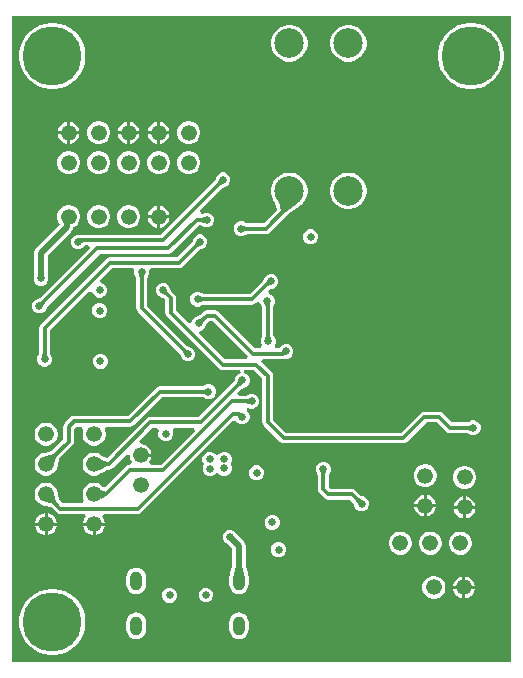
<source format=gbl>
G04*
G04 #@! TF.GenerationSoftware,Altium Limited,Altium Designer,23.10.1 (27)*
G04*
G04 Layer_Physical_Order=4*
G04 Layer_Color=16711680*
%FSLAX44Y44*%
%MOMM*%
G71*
G04*
G04 #@! TF.SameCoordinates,273EA9BE-9362-4083-9DEA-C9DCB70363E1*
G04*
G04*
G04 #@! TF.FilePolarity,Positive*
G04*
G01*
G75*
%ADD10C,0.3000*%
%ADD75C,0.5000*%
%ADD80C,2.5000*%
%ADD81C,1.3400*%
%ADD82C,5.0000*%
%ADD83O,1.0300X1.6300*%
%ADD84C,0.6500*%
%ADD85C,0.7000*%
G36*
X426197Y4333D02*
X4333Y4333D01*
X4333Y551165D01*
X426197D01*
X426197Y4333D01*
D02*
G37*
%LPC*%
G36*
X290179Y543582D02*
X287125D01*
X284131Y542986D01*
X281310Y541818D01*
X278771Y540122D01*
X276612Y537963D01*
X274916Y535424D01*
X273748Y532603D01*
X273152Y529609D01*
Y526555D01*
X273748Y523561D01*
X274916Y520740D01*
X276612Y518201D01*
X278771Y516042D01*
X281310Y514346D01*
X284131Y513178D01*
X287125Y512582D01*
X290179D01*
X293173Y513178D01*
X295994Y514346D01*
X298533Y516042D01*
X300692Y518201D01*
X302388Y520740D01*
X303556Y523561D01*
X304152Y526555D01*
Y529609D01*
X303556Y532603D01*
X302388Y535424D01*
X300692Y537963D01*
X298533Y540122D01*
X295994Y541818D01*
X293173Y542986D01*
X290179Y543582D01*
D02*
G37*
G36*
X240179D02*
X237125D01*
X234131Y542986D01*
X231310Y541818D01*
X228771Y540122D01*
X226612Y537963D01*
X224916Y535424D01*
X223748Y532603D01*
X223152Y529609D01*
Y526555D01*
X223748Y523561D01*
X224916Y520740D01*
X226612Y518201D01*
X228771Y516042D01*
X231310Y514346D01*
X234131Y513178D01*
X237125Y512582D01*
X240179D01*
X243173Y513178D01*
X245994Y514346D01*
X248533Y516042D01*
X250692Y518201D01*
X252388Y520740D01*
X253556Y523561D01*
X254152Y526555D01*
Y529609D01*
X253556Y532603D01*
X252388Y535424D01*
X250692Y537963D01*
X248533Y540122D01*
X245994Y541818D01*
X243173Y542986D01*
X240179Y543582D01*
D02*
G37*
G36*
X394634Y545398D02*
X390226D01*
X385873Y544709D01*
X381682Y543347D01*
X377755Y541346D01*
X374189Y538755D01*
X371073Y535639D01*
X368482Y532073D01*
X366481Y528146D01*
X365120Y523955D01*
X364430Y519602D01*
Y515194D01*
X365120Y510841D01*
X366481Y506650D01*
X368482Y502723D01*
X371073Y499157D01*
X374189Y496041D01*
X377755Y493450D01*
X381682Y491449D01*
X385873Y490088D01*
X390226Y489398D01*
X394634D01*
X398987Y490088D01*
X403178Y491449D01*
X407105Y493450D01*
X410671Y496041D01*
X413787Y499157D01*
X416378Y502723D01*
X418379Y506650D01*
X419740Y510841D01*
X420430Y515194D01*
Y519602D01*
X419740Y523955D01*
X418379Y528146D01*
X416378Y532073D01*
X413787Y535639D01*
X410671Y538755D01*
X407105Y541346D01*
X403178Y543347D01*
X398987Y544709D01*
X394634Y545398D01*
D02*
G37*
G36*
X40304D02*
X35896D01*
X31543Y544709D01*
X27352Y543347D01*
X23425Y541346D01*
X19859Y538755D01*
X16743Y535639D01*
X14152Y532073D01*
X12151Y528146D01*
X10790Y523955D01*
X10100Y519602D01*
Y515194D01*
X10790Y510841D01*
X12151Y506650D01*
X14152Y502723D01*
X16743Y499157D01*
X19859Y496041D01*
X23425Y493450D01*
X27352Y491449D01*
X31543Y490088D01*
X35896Y489398D01*
X40304D01*
X44657Y490088D01*
X48848Y491449D01*
X52775Y493450D01*
X56341Y496041D01*
X59457Y499157D01*
X62048Y502723D01*
X64049Y506650D01*
X65410Y510841D01*
X66100Y515194D01*
Y519602D01*
X65410Y523955D01*
X64049Y528146D01*
X62048Y532073D01*
X59457Y535639D01*
X56341Y538755D01*
X52775Y541346D01*
X48848Y543347D01*
X44657Y544709D01*
X40304Y545398D01*
D02*
G37*
G36*
X129286Y461600D02*
Y453644D01*
X137242D01*
X136626Y455941D01*
X135410Y458047D01*
X133689Y459768D01*
X131582Y460984D01*
X129286Y461600D01*
D02*
G37*
G36*
X103886D02*
Y453644D01*
X111842D01*
X111226Y455941D01*
X110010Y458047D01*
X108289Y459768D01*
X106182Y460984D01*
X103886Y461600D01*
D02*
G37*
G36*
X53086D02*
Y453644D01*
X61042D01*
X60426Y455941D01*
X59210Y458047D01*
X57490Y459768D01*
X55382Y460984D01*
X53086Y461600D01*
D02*
G37*
G36*
X126746D02*
X124450Y460984D01*
X122343Y459768D01*
X120622Y458047D01*
X119406Y455941D01*
X118790Y453644D01*
X126746D01*
Y461600D01*
D02*
G37*
G36*
X101346D02*
X99050Y460984D01*
X96943Y459768D01*
X95222Y458047D01*
X94006Y455941D01*
X93390Y453644D01*
X101346D01*
Y461600D01*
D02*
G37*
G36*
X50546D02*
X48250Y460984D01*
X46143Y459768D01*
X44422Y458047D01*
X43206Y455941D01*
X42590Y453644D01*
X50546D01*
Y461600D01*
D02*
G37*
G36*
X137242Y451104D02*
X129286D01*
Y443148D01*
X131582Y443764D01*
X133689Y444980D01*
X135410Y446701D01*
X136626Y448807D01*
X137242Y451104D01*
D02*
G37*
G36*
X111842D02*
X103886D01*
Y443148D01*
X106182Y443764D01*
X108289Y444980D01*
X110010Y446701D01*
X111226Y448807D01*
X111842Y451104D01*
D02*
G37*
G36*
X61042D02*
X53086D01*
Y443148D01*
X55382Y443764D01*
X57490Y444980D01*
X59210Y446701D01*
X60426Y448807D01*
X61042Y451104D01*
D02*
G37*
G36*
X50546D02*
X42590D01*
X43206Y448807D01*
X44422Y446701D01*
X46143Y444980D01*
X48250Y443764D01*
X50546Y443148D01*
Y451104D01*
D02*
G37*
G36*
X126746D02*
X118790D01*
X119406Y448807D01*
X120622Y446701D01*
X122343Y444980D01*
X124450Y443764D01*
X126746Y443148D01*
Y451104D01*
D02*
G37*
G36*
X101346D02*
X93390D01*
X94006Y448807D01*
X95222Y446701D01*
X96943Y444980D01*
X99050Y443764D01*
X101346Y443148D01*
Y451104D01*
D02*
G37*
G36*
X154693Y462074D02*
X152139D01*
X149672Y461413D01*
X147460Y460136D01*
X145654Y458330D01*
X144377Y456118D01*
X143716Y453651D01*
Y451097D01*
X144377Y448630D01*
X145654Y446418D01*
X147460Y444612D01*
X149672Y443335D01*
X152139Y442674D01*
X154693D01*
X157160Y443335D01*
X159372Y444612D01*
X161178Y446418D01*
X162455Y448630D01*
X163116Y451097D01*
Y453651D01*
X162455Y456118D01*
X161178Y458330D01*
X159372Y460136D01*
X157160Y461413D01*
X154693Y462074D01*
D02*
G37*
G36*
X78493D02*
X75939D01*
X73472Y461413D01*
X71260Y460136D01*
X69454Y458330D01*
X68177Y456118D01*
X67516Y453651D01*
Y451097D01*
X68177Y448630D01*
X69454Y446418D01*
X71260Y444612D01*
X73472Y443335D01*
X75939Y442674D01*
X78493D01*
X80960Y443335D01*
X83172Y444612D01*
X84978Y446418D01*
X86255Y448630D01*
X86916Y451097D01*
Y453651D01*
X86255Y456118D01*
X84978Y458330D01*
X83172Y460136D01*
X80960Y461413D01*
X78493Y462074D01*
D02*
G37*
G36*
X154693Y436674D02*
X152139D01*
X149672Y436013D01*
X147460Y434736D01*
X145654Y432930D01*
X144377Y430718D01*
X143716Y428251D01*
Y425697D01*
X144377Y423230D01*
X145654Y421018D01*
X147460Y419212D01*
X149672Y417935D01*
X152139Y417274D01*
X154693D01*
X157160Y417935D01*
X159372Y419212D01*
X161178Y421018D01*
X162455Y423230D01*
X163116Y425697D01*
Y428251D01*
X162455Y430718D01*
X161178Y432930D01*
X159372Y434736D01*
X157160Y436013D01*
X154693Y436674D01*
D02*
G37*
G36*
X129293D02*
X126739D01*
X124272Y436013D01*
X122060Y434736D01*
X120254Y432930D01*
X118977Y430718D01*
X118316Y428251D01*
Y425697D01*
X118977Y423230D01*
X120254Y421018D01*
X122060Y419212D01*
X124272Y417935D01*
X126739Y417274D01*
X129293D01*
X131760Y417935D01*
X133972Y419212D01*
X135778Y421018D01*
X137055Y423230D01*
X137716Y425697D01*
Y428251D01*
X137055Y430718D01*
X135778Y432930D01*
X133972Y434736D01*
X131760Y436013D01*
X129293Y436674D01*
D02*
G37*
G36*
X103893D02*
X101339D01*
X98872Y436013D01*
X96660Y434736D01*
X94854Y432930D01*
X93577Y430718D01*
X92916Y428251D01*
Y425697D01*
X93577Y423230D01*
X94854Y421018D01*
X96660Y419212D01*
X98872Y417935D01*
X101339Y417274D01*
X103893D01*
X106360Y417935D01*
X108572Y419212D01*
X110378Y421018D01*
X111655Y423230D01*
X112316Y425697D01*
Y428251D01*
X111655Y430718D01*
X110378Y432930D01*
X108572Y434736D01*
X106360Y436013D01*
X103893Y436674D01*
D02*
G37*
G36*
X78493D02*
X75939D01*
X73472Y436013D01*
X71260Y434736D01*
X69454Y432930D01*
X68177Y430718D01*
X67516Y428251D01*
Y425697D01*
X68177Y423230D01*
X69454Y421018D01*
X71260Y419212D01*
X73472Y417935D01*
X75939Y417274D01*
X78493D01*
X80960Y417935D01*
X83172Y419212D01*
X84978Y421018D01*
X86255Y423230D01*
X86916Y425697D01*
Y428251D01*
X86255Y430718D01*
X84978Y432930D01*
X83172Y434736D01*
X80960Y436013D01*
X78493Y436674D01*
D02*
G37*
G36*
X53093D02*
X50539D01*
X48072Y436013D01*
X45860Y434736D01*
X44054Y432930D01*
X42777Y430718D01*
X42116Y428251D01*
Y425697D01*
X42777Y423230D01*
X44054Y421018D01*
X45860Y419212D01*
X48072Y417935D01*
X50539Y417274D01*
X53093D01*
X55560Y417935D01*
X57772Y419212D01*
X59578Y421018D01*
X60855Y423230D01*
X61516Y425697D01*
Y428251D01*
X60855Y430718D01*
X59578Y432930D01*
X57772Y434736D01*
X55560Y436013D01*
X53093Y436674D01*
D02*
G37*
G36*
X290179Y418582D02*
X287125D01*
X284131Y417986D01*
X281310Y416818D01*
X278771Y415122D01*
X276612Y412963D01*
X274916Y410424D01*
X273748Y407603D01*
X273152Y404609D01*
Y401555D01*
X273748Y398561D01*
X274916Y395740D01*
X276612Y393201D01*
X278771Y391042D01*
X281310Y389346D01*
X284131Y388178D01*
X287125Y387582D01*
X290179D01*
X293173Y388178D01*
X295994Y389346D01*
X298533Y391042D01*
X300692Y393201D01*
X302388Y395740D01*
X303556Y398561D01*
X304152Y401555D01*
Y404609D01*
X303556Y407603D01*
X302388Y410424D01*
X300692Y412963D01*
X298533Y415122D01*
X295994Y416818D01*
X293173Y417986D01*
X290179Y418582D01*
D02*
G37*
G36*
X129286Y390480D02*
Y382524D01*
X137242D01*
X136626Y384821D01*
X135410Y386927D01*
X133689Y388648D01*
X131582Y389864D01*
X129286Y390480D01*
D02*
G37*
G36*
X126746D02*
X124450Y389864D01*
X122343Y388648D01*
X120622Y386927D01*
X119406Y384821D01*
X118790Y382524D01*
X126746D01*
Y390480D01*
D02*
G37*
G36*
X240179Y418582D02*
X237125D01*
X234131Y417986D01*
X231310Y416818D01*
X228771Y415122D01*
X226612Y412963D01*
X224916Y410424D01*
X223748Y407603D01*
X223152Y404609D01*
Y401555D01*
X223748Y398561D01*
X224916Y395740D01*
X226612Y393201D01*
X226993Y392821D01*
X228052Y386525D01*
X217209Y375682D01*
X203065D01*
X201694Y376105D01*
X201406Y376393D01*
X199109Y377344D01*
X196623D01*
X194326Y376393D01*
X192568Y374634D01*
X191616Y372337D01*
Y369851D01*
X192568Y367554D01*
X194326Y365796D01*
X196623Y364844D01*
X199109D01*
X201406Y365796D01*
X201694Y366083D01*
X203065Y366506D01*
X219110D01*
X220866Y366855D01*
X222354Y367850D01*
X237763Y383258D01*
X247807Y390502D01*
X247897Y390599D01*
X248013Y390664D01*
X248063Y390729D01*
X248533Y391042D01*
X250692Y393201D01*
X252388Y395740D01*
X253556Y398561D01*
X254152Y401555D01*
Y404609D01*
X253556Y407603D01*
X252388Y410424D01*
X250692Y412963D01*
X248533Y415122D01*
X245994Y416818D01*
X243173Y417986D01*
X240179Y418582D01*
D02*
G37*
G36*
X183869Y418746D02*
X181383D01*
X179086Y417794D01*
X177327Y416036D01*
X176376Y413739D01*
Y413333D01*
X175705Y412064D01*
X129671Y366030D01*
X62437D01*
X62281Y365999D01*
X61425Y365999D01*
X61153Y366111D01*
X58666D01*
X56369Y365160D01*
X54611Y363402D01*
X53660Y361105D01*
Y358618D01*
X54611Y356321D01*
X56369Y354563D01*
X58666Y353611D01*
X61153D01*
X63450Y354563D01*
X65208Y356321D01*
X65364Y356698D01*
X65707Y356854D01*
X68663D01*
X69635Y354507D01*
X27610Y312483D01*
X26341Y311812D01*
X25935D01*
X23638Y310861D01*
X21879Y309102D01*
X20928Y306805D01*
Y304319D01*
X21879Y302022D01*
X23638Y300264D01*
X25935Y299312D01*
X28421D01*
X30718Y300264D01*
X32476Y302022D01*
X33428Y304319D01*
Y304725D01*
X34099Y305994D01*
X78101Y349996D01*
X136398D01*
X138154Y350345D01*
X139642Y351340D01*
X162174Y373872D01*
X163457D01*
X164828Y373449D01*
X165116Y373162D01*
X167413Y372210D01*
X169899D01*
X172196Y373162D01*
X173955Y374920D01*
X174906Y377217D01*
Y379703D01*
X173955Y382000D01*
X172196Y383759D01*
X169899Y384710D01*
X167413D01*
X165116Y383759D01*
X164218Y384007D01*
X163469Y386850D01*
X182194Y405575D01*
X183463Y406246D01*
X183869D01*
X186166Y407197D01*
X187924Y408956D01*
X188876Y411253D01*
Y413739D01*
X187924Y416036D01*
X186166Y417794D01*
X183869Y418746D01*
D02*
G37*
G36*
X137242Y379984D02*
X129286D01*
Y372028D01*
X131582Y372644D01*
X133689Y373860D01*
X135410Y375580D01*
X136626Y377687D01*
X137242Y379984D01*
D02*
G37*
G36*
X126746D02*
X118790D01*
X119406Y377687D01*
X120622Y375580D01*
X122343Y373860D01*
X124450Y372644D01*
X126746Y372028D01*
Y379984D01*
D02*
G37*
G36*
X103893Y390954D02*
X101339D01*
X98872Y390293D01*
X96660Y389016D01*
X94854Y387210D01*
X93577Y384998D01*
X92916Y382531D01*
Y379977D01*
X93577Y377510D01*
X94854Y375298D01*
X96660Y373492D01*
X98872Y372215D01*
X101339Y371554D01*
X103893D01*
X106360Y372215D01*
X108572Y373492D01*
X110378Y375298D01*
X111655Y377510D01*
X112316Y379977D01*
Y382531D01*
X111655Y384998D01*
X110378Y387210D01*
X108572Y389016D01*
X106360Y390293D01*
X103893Y390954D01*
D02*
G37*
G36*
X78493D02*
X75939D01*
X73472Y390293D01*
X71260Y389016D01*
X69454Y387210D01*
X68177Y384998D01*
X67516Y382531D01*
Y379977D01*
X68177Y377510D01*
X69454Y375298D01*
X71260Y373492D01*
X73472Y372215D01*
X75939Y371554D01*
X78493D01*
X80960Y372215D01*
X83172Y373492D01*
X84978Y375298D01*
X86255Y377510D01*
X86916Y379977D01*
Y382531D01*
X86255Y384998D01*
X84978Y387210D01*
X83172Y389016D01*
X80960Y390293D01*
X78493Y390954D01*
D02*
G37*
G36*
X258037Y370486D02*
X255551D01*
X253254Y369534D01*
X251495Y367776D01*
X250544Y365479D01*
Y362993D01*
X251495Y360696D01*
X253254Y358937D01*
X255551Y357986D01*
X258037D01*
X260334Y358937D01*
X262092Y360696D01*
X263044Y362993D01*
Y365479D01*
X262092Y367776D01*
X260334Y369534D01*
X258037Y370486D01*
D02*
G37*
G36*
X53093Y390954D02*
X50539D01*
X48072Y390293D01*
X45860Y389016D01*
X44054Y387210D01*
X42777Y384998D01*
X42116Y382531D01*
Y379977D01*
X42777Y377510D01*
X44054Y375298D01*
X44548Y374804D01*
X24483Y354739D01*
X23267Y352920D01*
X22840Y350774D01*
Y331724D01*
X22198Y330173D01*
Y327687D01*
X23149Y325390D01*
X24908Y323632D01*
X27205Y322680D01*
X29691D01*
X31988Y323632D01*
X33747Y325390D01*
X34698Y327687D01*
Y330173D01*
X34056Y331724D01*
Y348451D01*
X54281Y368677D01*
X55497Y370496D01*
X55875Y372397D01*
X57772Y373492D01*
X59578Y375298D01*
X60855Y377510D01*
X61516Y379977D01*
Y382531D01*
X60855Y384998D01*
X59578Y387210D01*
X57772Y389016D01*
X55560Y390293D01*
X53093Y390954D01*
D02*
G37*
G36*
X224509Y332894D02*
X222023D01*
X219726Y331942D01*
X217967Y330184D01*
X217253Y328459D01*
X216320Y326983D01*
X205329Y315992D01*
X166235D01*
X164864Y316415D01*
X164576Y316702D01*
X162279Y317654D01*
X159793D01*
X157496Y316702D01*
X155737Y314944D01*
X154786Y312647D01*
Y310161D01*
X155737Y307864D01*
X157496Y306105D01*
X159793Y305154D01*
X162279D01*
X164576Y306105D01*
X164864Y306393D01*
X166235Y306816D01*
X207230D01*
X208986Y307165D01*
X210474Y308160D01*
X211428Y309114D01*
X212974Y308669D01*
X214062Y308156D01*
X214919Y306086D01*
X215556Y305449D01*
X216011Y304177D01*
Y280457D01*
X215662Y279084D01*
X214730Y276833D01*
Y274347D01*
X215576Y272304D01*
X215132Y271089D01*
X214375Y269764D01*
X209926D01*
X179012Y300678D01*
X177524Y301673D01*
X175768Y302022D01*
X169037D01*
X167282Y301673D01*
X165793Y300678D01*
X163059Y297944D01*
X161810Y297334D01*
X161063D01*
X158766Y296383D01*
X157008Y294624D01*
X156056Y292327D01*
Y292175D01*
X153516Y291123D01*
X142764Y301875D01*
Y312674D01*
X142415Y314430D01*
X141420Y315918D01*
X138747Y318592D01*
X138076Y319861D01*
Y320267D01*
X137125Y322564D01*
X135366Y324323D01*
X133069Y325274D01*
X130583D01*
X128286Y324323D01*
X126528Y322564D01*
X125576Y320267D01*
Y317781D01*
X126528Y315484D01*
X128286Y313725D01*
X130583Y312774D01*
X130989D01*
X132258Y312103D01*
X133588Y310774D01*
Y299974D01*
X133937Y298218D01*
X134932Y296730D01*
X179128Y252534D01*
X180616Y251539D01*
X182372Y251190D01*
X197228D01*
X197639Y248820D01*
X195342Y247868D01*
X193584Y246110D01*
X192632Y243813D01*
Y243185D01*
X191999Y241921D01*
X161675Y211598D01*
X121158D01*
X119402Y211249D01*
X117914Y210254D01*
X84215Y176556D01*
X79864Y178964D01*
X79362Y179466D01*
X77150Y180743D01*
X74683Y181404D01*
X72129D01*
X69662Y180743D01*
X67450Y179466D01*
X65644Y177660D01*
X64367Y175448D01*
X63706Y172981D01*
Y170427D01*
X64367Y167960D01*
X65644Y165748D01*
X67450Y163942D01*
X69662Y162665D01*
X72129Y162004D01*
X74683D01*
X77150Y162665D01*
X79362Y163942D01*
X79864Y164444D01*
X84693Y167116D01*
X85852D01*
X87608Y167465D01*
X89096Y168460D01*
X100996Y180359D01*
X103536Y179307D01*
Y178107D01*
X104166Y175758D01*
X105323Y173752D01*
X105210Y173287D01*
X104228Y171212D01*
X103632D01*
X101876Y170863D01*
X100388Y169868D01*
X82291Y151771D01*
X80982Y152446D01*
X79362Y154066D01*
X77150Y155343D01*
X74683Y156004D01*
X72129D01*
X69662Y155343D01*
X67450Y154066D01*
X65644Y152260D01*
X64367Y150048D01*
X63706Y147581D01*
Y145027D01*
X64367Y142560D01*
X65129Y141240D01*
X63937Y138700D01*
X46859D01*
X43991Y141567D01*
X42466Y146871D01*
Y147581D01*
X41805Y150048D01*
X40528Y152260D01*
X38722Y154066D01*
X36510Y155343D01*
X34043Y156004D01*
X31489D01*
X29022Y155343D01*
X26810Y154066D01*
X25004Y152260D01*
X23727Y150048D01*
X23066Y147581D01*
Y145027D01*
X23727Y142560D01*
X25004Y140348D01*
X26810Y138542D01*
X29022Y137265D01*
X31489Y136604D01*
X32199D01*
X37503Y135079D01*
X41714Y130868D01*
X43202Y129873D01*
X44958Y129524D01*
X65366D01*
X66418Y126984D01*
X66012Y126578D01*
X64796Y124471D01*
X64180Y122174D01*
X73406D01*
X82632D01*
X82016Y124471D01*
X80800Y126578D01*
X80393Y126984D01*
X81446Y129524D01*
X110236D01*
X111992Y129873D01*
X113480Y130868D01*
X190830Y208217D01*
X193637Y208077D01*
X195395Y206319D01*
X197692Y205368D01*
X200178D01*
X202476Y206319D01*
X204234Y208077D01*
X205185Y210374D01*
Y212861D01*
X204234Y215158D01*
X202913Y216479D01*
X202685Y217373D01*
X202716Y217874D01*
X203100Y219407D01*
X203644Y219568D01*
X205513Y218794D01*
X207999D01*
X210296Y219746D01*
X212055Y221504D01*
X213006Y223801D01*
Y226287D01*
X212055Y228584D01*
X210296Y230343D01*
X207999Y231294D01*
X205513D01*
X203216Y230343D01*
X202703Y229829D01*
X201382Y229378D01*
X195751D01*
X194779Y231725D01*
X198680Y235625D01*
X199924Y236320D01*
X200125D01*
X202422Y237271D01*
X204181Y239030D01*
X205132Y241327D01*
Y243813D01*
X204181Y246110D01*
X202422Y247868D01*
X200125Y248820D01*
X200536Y251190D01*
X208920D01*
X215884Y244226D01*
Y207264D01*
X216233Y205508D01*
X217228Y204020D01*
X230690Y190558D01*
X232178Y189563D01*
X233934Y189214D01*
X335280D01*
X337036Y189563D01*
X338524Y190558D01*
X354961Y206994D01*
X363674D01*
X371475Y199194D01*
X372963Y198199D01*
X374719Y197850D01*
X389263D01*
X390634Y197427D01*
X390922Y197139D01*
X393219Y196188D01*
X395705D01*
X398002Y197139D01*
X399761Y198898D01*
X400712Y201195D01*
Y203681D01*
X399761Y205978D01*
X398002Y207736D01*
X395705Y208688D01*
X393219D01*
X390922Y207736D01*
X390634Y207449D01*
X389263Y207026D01*
X376619D01*
X368819Y214826D01*
X367331Y215821D01*
X365575Y216170D01*
X353060D01*
X351304Y215821D01*
X349816Y214826D01*
X333380Y198390D01*
X235835D01*
X225060Y209165D01*
Y246126D01*
X224711Y247882D01*
X223716Y249370D01*
X215039Y258048D01*
X216091Y260588D01*
X232987D01*
X234743Y260937D01*
X234774Y260958D01*
X237209D01*
X239506Y261910D01*
X241264Y263668D01*
X242216Y265965D01*
Y268451D01*
X241264Y270748D01*
X239506Y272507D01*
X237209Y273458D01*
X234723D01*
X232426Y272507D01*
X230667Y270748D01*
X230260Y269764D01*
X227585D01*
X226828Y271089D01*
X226384Y272304D01*
X227230Y274347D01*
Y276833D01*
X226278Y279130D01*
X225642Y279767D01*
X225187Y281039D01*
Y304759D01*
X225536Y306132D01*
X226468Y308383D01*
Y310869D01*
X225516Y313166D01*
X223758Y314925D01*
X221688Y315782D01*
X221175Y316870D01*
X220730Y318416D01*
X222192Y319878D01*
X223337Y320394D01*
X224509D01*
X226806Y321345D01*
X228564Y323104D01*
X229516Y325401D01*
Y327887D01*
X228564Y330184D01*
X226806Y331942D01*
X224509Y332894D01*
D02*
G37*
G36*
X79475Y308002D02*
X76989D01*
X74692Y307050D01*
X72934Y305292D01*
X71982Y302995D01*
Y300509D01*
X72934Y298212D01*
X74692Y296453D01*
X76989Y295502D01*
X79475D01*
X81772Y296453D01*
X83531Y298212D01*
X84482Y300509D01*
Y302995D01*
X83531Y305292D01*
X81772Y307050D01*
X79475Y308002D01*
D02*
G37*
G36*
X164311Y366168D02*
X161825D01*
X159528Y365216D01*
X157769Y363458D01*
X156818Y361161D01*
Y360755D01*
X156147Y359486D01*
X143642Y346980D01*
X86614D01*
X84858Y346631D01*
X83370Y345636D01*
X28252Y290518D01*
X27257Y289030D01*
X26908Y287274D01*
Y265803D01*
X26485Y264432D01*
X26198Y264144D01*
X25246Y261847D01*
Y259361D01*
X26198Y257064D01*
X27956Y255306D01*
X30253Y254354D01*
X32739D01*
X35036Y255306D01*
X36795Y257064D01*
X37746Y259361D01*
Y261847D01*
X36795Y264144D01*
X36507Y264432D01*
X36084Y265803D01*
Y285373D01*
X69442Y318731D01*
X71982Y317781D01*
X72934Y315484D01*
X74692Y313725D01*
X76989Y312774D01*
X79475D01*
X81772Y313725D01*
X83531Y315484D01*
X84482Y317781D01*
Y320267D01*
X83531Y322564D01*
X81772Y324323D01*
X79475Y325274D01*
X78525Y327814D01*
X88514Y337804D01*
X106207D01*
X107619Y335692D01*
X107542Y335507D01*
Y333021D01*
X108493Y330724D01*
X108781Y330436D01*
X109204Y329065D01*
Y304038D01*
X109553Y302282D01*
X110548Y300794D01*
X145987Y265354D01*
X146658Y264085D01*
Y263679D01*
X147610Y261382D01*
X149368Y259624D01*
X151665Y258672D01*
X154151D01*
X156448Y259624D01*
X158207Y261382D01*
X159158Y263679D01*
Y266165D01*
X158207Y268462D01*
X156448Y270221D01*
X154151Y271172D01*
X153745D01*
X152476Y271843D01*
X118380Y305938D01*
Y329065D01*
X118803Y330436D01*
X119090Y330724D01*
X120042Y333021D01*
Y335507D01*
X119965Y335692D01*
X121377Y337804D01*
X145542D01*
X147298Y338153D01*
X148786Y339148D01*
X162636Y352997D01*
X163905Y353668D01*
X164311D01*
X166608Y354619D01*
X168367Y356378D01*
X169318Y358675D01*
Y361161D01*
X168367Y363458D01*
X166608Y365216D01*
X164311Y366168D01*
D02*
G37*
G36*
X79983Y265076D02*
X77497D01*
X75200Y264125D01*
X73442Y262366D01*
X72490Y260069D01*
Y257583D01*
X73442Y255286D01*
X75200Y253528D01*
X77497Y252576D01*
X79983D01*
X82280Y253528D01*
X84038Y255286D01*
X84990Y257583D01*
Y260069D01*
X84038Y262366D01*
X82280Y264125D01*
X79983Y265076D01*
D02*
G37*
G36*
X171423Y239422D02*
X168937D01*
X166640Y238470D01*
X166352Y238183D01*
X164981Y237760D01*
X129286D01*
X127530Y237411D01*
X126042Y236416D01*
X102240Y212614D01*
X56642D01*
X54886Y212265D01*
X53398Y211270D01*
X48572Y206444D01*
X47577Y204956D01*
X47228Y203200D01*
Y192654D01*
X37503Y182929D01*
X32199Y181404D01*
X31489D01*
X29022Y180743D01*
X26810Y179466D01*
X25004Y177660D01*
X23727Y175448D01*
X23066Y172981D01*
Y170427D01*
X23727Y167960D01*
X25004Y165748D01*
X26810Y163942D01*
X29022Y162665D01*
X31489Y162004D01*
X34043D01*
X36510Y162665D01*
X38722Y163942D01*
X40528Y165748D01*
X41805Y167960D01*
X42466Y170427D01*
Y171137D01*
X43991Y176441D01*
X55060Y187510D01*
X56055Y188998D01*
X56404Y190754D01*
Y201299D01*
X58542Y203438D01*
X62929D01*
X64396Y200898D01*
X64367Y200848D01*
X63706Y198381D01*
Y195827D01*
X64367Y193360D01*
X65644Y191148D01*
X67450Y189342D01*
X69662Y188065D01*
X72129Y187404D01*
X74683D01*
X77150Y188065D01*
X79362Y189342D01*
X81168Y191148D01*
X82445Y193360D01*
X83106Y195827D01*
Y198381D01*
X82445Y200848D01*
X82416Y200898D01*
X83883Y203438D01*
X104140D01*
X105896Y203787D01*
X107384Y204782D01*
X131187Y228584D01*
X164981D01*
X166352Y228161D01*
X166640Y227873D01*
X168937Y226922D01*
X171423D01*
X173720Y227873D01*
X175478Y229632D01*
X176430Y231929D01*
Y234415D01*
X175478Y236712D01*
X173720Y238470D01*
X171423Y239422D01*
D02*
G37*
G36*
X34043Y206804D02*
X31489D01*
X29022Y206143D01*
X26810Y204866D01*
X25004Y203060D01*
X23727Y200848D01*
X23066Y198381D01*
Y195827D01*
X23727Y193360D01*
X25004Y191148D01*
X26810Y189342D01*
X29022Y188065D01*
X31489Y187404D01*
X34043D01*
X36510Y188065D01*
X38722Y189342D01*
X40528Y191148D01*
X41805Y193360D01*
X42466Y195827D01*
Y198381D01*
X41805Y200848D01*
X40528Y203060D01*
X38722Y204866D01*
X36510Y206143D01*
X34043Y206804D01*
D02*
G37*
G36*
X184885Y182272D02*
X182399D01*
X180102Y181320D01*
X179160Y180379D01*
X177546Y179832D01*
X175932Y180379D01*
X174990Y181320D01*
X172693Y182272D01*
X170207D01*
X167910Y181320D01*
X166152Y179562D01*
X165200Y177265D01*
Y174779D01*
X166152Y172482D01*
X166802Y171831D01*
X166406Y171434D01*
X165454Y169137D01*
Y166651D01*
X166406Y164354D01*
X168164Y162596D01*
X170461Y161644D01*
X172947D01*
X175244Y162596D01*
X176141Y163492D01*
X177506Y164183D01*
X179414Y163537D01*
X180102Y162850D01*
X182399Y161898D01*
X184885D01*
X187182Y162850D01*
X188941Y164608D01*
X189892Y166905D01*
Y169391D01*
X188941Y171688D01*
X188544Y172085D01*
X188941Y172482D01*
X189892Y174779D01*
Y177265D01*
X188941Y179562D01*
X187182Y181320D01*
X184885Y182272D01*
D02*
G37*
G36*
X212317Y170588D02*
X209831D01*
X207534Y169636D01*
X205776Y167878D01*
X204824Y165581D01*
Y163095D01*
X205776Y160798D01*
X207534Y159039D01*
X209831Y158088D01*
X212317D01*
X214614Y159039D01*
X216373Y160798D01*
X217324Y163095D01*
Y165581D01*
X216373Y167878D01*
X214614Y169636D01*
X212317Y170588D01*
D02*
G37*
G36*
X355099Y171752D02*
X352545D01*
X350078Y171091D01*
X347866Y169814D01*
X346060Y168008D01*
X344783Y165796D01*
X344122Y163329D01*
Y160775D01*
X344783Y158308D01*
X346060Y156096D01*
X347866Y154290D01*
X350078Y153013D01*
X352545Y152352D01*
X355099D01*
X357566Y153013D01*
X359778Y154290D01*
X361584Y156096D01*
X362861Y158308D01*
X363522Y160775D01*
Y163329D01*
X362861Y165796D01*
X361584Y168008D01*
X359778Y169814D01*
X357566Y171091D01*
X355099Y171752D01*
D02*
G37*
G36*
X388373Y170228D02*
X385819D01*
X383352Y169567D01*
X381140Y168290D01*
X379334Y166484D01*
X378057Y164272D01*
X377396Y161805D01*
Y159251D01*
X378057Y156784D01*
X379334Y154572D01*
X381140Y152766D01*
X383352Y151489D01*
X385819Y150828D01*
X388373D01*
X390840Y151489D01*
X393052Y152766D01*
X394858Y154572D01*
X396135Y156784D01*
X396796Y159251D01*
Y161805D01*
X396135Y164272D01*
X394858Y166484D01*
X393052Y168290D01*
X390840Y169567D01*
X388373Y170228D01*
D02*
G37*
G36*
X355092Y145878D02*
Y137922D01*
X363048D01*
X362432Y140218D01*
X361216Y142325D01*
X359496Y144046D01*
X357388Y145262D01*
X355092Y145878D01*
D02*
G37*
G36*
X352552D02*
X350256Y145262D01*
X348148Y144046D01*
X346428Y142325D01*
X345212Y140218D01*
X344596Y137922D01*
X352552D01*
Y145878D01*
D02*
G37*
G36*
X388366Y144354D02*
Y136398D01*
X396322D01*
X395706Y138694D01*
X394490Y140801D01*
X392770Y142522D01*
X390662Y143738D01*
X388366Y144354D01*
D02*
G37*
G36*
X385826D02*
X383530Y143738D01*
X381423Y142522D01*
X379702Y140801D01*
X378486Y138694D01*
X377870Y136398D01*
X385826D01*
Y144354D01*
D02*
G37*
G36*
X268705Y173636D02*
X266219D01*
X263922Y172684D01*
X262164Y170926D01*
X261212Y168629D01*
Y166143D01*
X262164Y163846D01*
X262451Y163558D01*
X262874Y162187D01*
Y150368D01*
X263223Y148612D01*
X264218Y147124D01*
X268536Y142806D01*
X270024Y141811D01*
X271780Y141462D01*
X290200D01*
X293053Y138608D01*
X293724Y137339D01*
Y136933D01*
X294676Y134636D01*
X296434Y132878D01*
X298731Y131926D01*
X301217D01*
X303514Y132878D01*
X305273Y134636D01*
X306224Y136933D01*
Y139419D01*
X305273Y141716D01*
X303514Y143475D01*
X301217Y144426D01*
X300811D01*
X299542Y145097D01*
X295344Y149294D01*
X293856Y150289D01*
X292100Y150638D01*
X273680D01*
X272050Y152268D01*
Y162187D01*
X272473Y163558D01*
X272761Y163846D01*
X273712Y166143D01*
Y168629D01*
X272761Y170926D01*
X271002Y172684D01*
X268705Y173636D01*
D02*
G37*
G36*
X363048Y135382D02*
X355092D01*
Y127426D01*
X357388Y128042D01*
X359496Y129258D01*
X361216Y130978D01*
X362432Y133085D01*
X363048Y135382D01*
D02*
G37*
G36*
X352552D02*
X344596D01*
X345212Y133085D01*
X346428Y130978D01*
X348148Y129258D01*
X350256Y128042D01*
X352552Y127426D01*
Y135382D01*
D02*
G37*
G36*
X396322Y133858D02*
X388366D01*
Y125902D01*
X390662Y126518D01*
X392770Y127734D01*
X394490Y129454D01*
X395706Y131561D01*
X396322Y133858D01*
D02*
G37*
G36*
X385826D02*
X377870D01*
X378486Y131561D01*
X379702Y129454D01*
X381423Y127734D01*
X383530Y126518D01*
X385826Y125902D01*
Y133858D01*
D02*
G37*
G36*
X34036Y130130D02*
Y122174D01*
X41992D01*
X41376Y124471D01*
X40160Y126578D01*
X38440Y128298D01*
X36332Y129514D01*
X34036Y130130D01*
D02*
G37*
G36*
X31496D02*
X29200Y129514D01*
X27092Y128298D01*
X25372Y126578D01*
X24156Y124471D01*
X23540Y122174D01*
X31496D01*
Y130130D01*
D02*
G37*
G36*
X225525Y128678D02*
X223039D01*
X220742Y127726D01*
X218983Y125968D01*
X218032Y123671D01*
Y121185D01*
X218983Y118888D01*
X220742Y117129D01*
X223039Y116178D01*
X225525D01*
X227822Y117129D01*
X229580Y118888D01*
X230532Y121185D01*
Y123671D01*
X229580Y125968D01*
X227822Y127726D01*
X225525Y128678D01*
D02*
G37*
G36*
X82632Y119634D02*
X74676D01*
Y111678D01*
X76972Y112294D01*
X79079Y113510D01*
X80800Y115231D01*
X82016Y117338D01*
X82632Y119634D01*
D02*
G37*
G36*
X41992D02*
X34036D01*
Y111678D01*
X36332Y112294D01*
X38440Y113510D01*
X40160Y115231D01*
X41376Y117338D01*
X41992Y119634D01*
D02*
G37*
G36*
X72136D02*
X64180D01*
X64796Y117338D01*
X66012Y115231D01*
X67733Y113510D01*
X69840Y112294D01*
X72136Y111678D01*
Y119634D01*
D02*
G37*
G36*
X31496D02*
X23540D01*
X24156Y117338D01*
X25372Y115231D01*
X27092Y113510D01*
X29200Y112294D01*
X31496Y111678D01*
Y119634D01*
D02*
G37*
G36*
X384817Y114602D02*
X382263D01*
X379796Y113941D01*
X377584Y112664D01*
X375778Y110858D01*
X374501Y108646D01*
X373840Y106179D01*
Y103625D01*
X374501Y101158D01*
X375778Y98946D01*
X377584Y97140D01*
X379796Y95863D01*
X382263Y95202D01*
X384817D01*
X387284Y95863D01*
X389496Y97140D01*
X391302Y98946D01*
X392579Y101158D01*
X393240Y103625D01*
Y106179D01*
X392579Y108646D01*
X391302Y110858D01*
X389496Y112664D01*
X387284Y113941D01*
X384817Y114602D01*
D02*
G37*
G36*
X359417D02*
X356863D01*
X354396Y113941D01*
X352184Y112664D01*
X350378Y110858D01*
X349101Y108646D01*
X348440Y106179D01*
Y103625D01*
X349101Y101158D01*
X350378Y98946D01*
X352184Y97140D01*
X354396Y95863D01*
X356863Y95202D01*
X359417D01*
X361884Y95863D01*
X364096Y97140D01*
X365902Y98946D01*
X367179Y101158D01*
X367840Y103625D01*
Y106179D01*
X367179Y108646D01*
X365902Y110858D01*
X364096Y112664D01*
X361884Y113941D01*
X359417Y114602D01*
D02*
G37*
G36*
X334017D02*
X331463D01*
X328996Y113941D01*
X326784Y112664D01*
X324978Y110858D01*
X323701Y108646D01*
X323040Y106179D01*
Y103625D01*
X323701Y101158D01*
X324978Y98946D01*
X326784Y97140D01*
X328996Y95863D01*
X331463Y95202D01*
X334017D01*
X336484Y95863D01*
X338696Y97140D01*
X340502Y98946D01*
X341779Y101158D01*
X342440Y103625D01*
Y106179D01*
X341779Y108646D01*
X340502Y110858D01*
X338696Y112664D01*
X336484Y113941D01*
X334017Y114602D01*
D02*
G37*
G36*
X230859Y105564D02*
X228373D01*
X226076Y104613D01*
X224317Y102854D01*
X223366Y100557D01*
Y98071D01*
X224317Y95774D01*
X226076Y94016D01*
X228373Y93064D01*
X230859D01*
X233156Y94016D01*
X234914Y95774D01*
X235866Y98071D01*
Y100557D01*
X234914Y102854D01*
X233156Y104613D01*
X230859Y105564D01*
D02*
G37*
G36*
X387858Y76536D02*
Y68580D01*
X395814D01*
X395198Y70876D01*
X393982Y72983D01*
X392262Y74704D01*
X390154Y75920D01*
X387858Y76536D01*
D02*
G37*
G36*
X385318D02*
X383022Y75920D01*
X380914Y74704D01*
X379194Y72983D01*
X377978Y70876D01*
X377362Y68580D01*
X385318D01*
Y76536D01*
D02*
G37*
G36*
X189711Y116232D02*
X187225D01*
X184928Y115281D01*
X183169Y113522D01*
X182218Y111225D01*
Y108739D01*
X183169Y106442D01*
X184928Y104684D01*
X186478Y104041D01*
X190466Y100054D01*
Y85693D01*
X188660Y79352D01*
X188657Y79326D01*
X188133Y78060D01*
X187853Y75932D01*
Y69932D01*
X188133Y67805D01*
X188954Y65822D01*
X190261Y64120D01*
X191963Y62813D01*
X193946Y61992D01*
X196073Y61712D01*
X198201Y61992D01*
X200183Y62813D01*
X201886Y64120D01*
X203192Y65822D01*
X204014Y67805D01*
X204294Y69932D01*
Y75932D01*
X204014Y78060D01*
X203489Y79326D01*
X203487Y79352D01*
X201681Y85693D01*
Y102377D01*
X201254Y104523D01*
X200039Y106342D01*
X194409Y111972D01*
X193766Y113522D01*
X192008Y115281D01*
X189711Y116232D01*
D02*
G37*
G36*
X109073Y84153D02*
X106946Y83873D01*
X104963Y83051D01*
X103261Y81745D01*
X101954Y80043D01*
X101133Y78060D01*
X100853Y75932D01*
Y69932D01*
X101133Y67805D01*
X101954Y65822D01*
X103261Y64120D01*
X104963Y62813D01*
X106946Y61992D01*
X109073Y61712D01*
X111201Y61992D01*
X113183Y62813D01*
X114886Y64120D01*
X116192Y65822D01*
X117014Y67805D01*
X117294Y69932D01*
Y75932D01*
X117014Y78060D01*
X116192Y80043D01*
X114886Y81745D01*
X113183Y83051D01*
X111201Y83873D01*
X109073Y84153D01*
D02*
G37*
G36*
X395814Y66040D02*
X387858D01*
Y58084D01*
X390154Y58700D01*
X392262Y59916D01*
X393982Y61637D01*
X395198Y63744D01*
X395814Y66040D01*
D02*
G37*
G36*
X385318D02*
X377362D01*
X377978Y63744D01*
X379194Y61637D01*
X380914Y59916D01*
X383022Y58700D01*
X385318Y58084D01*
Y66040D01*
D02*
G37*
G36*
X362465Y77010D02*
X359911D01*
X357444Y76349D01*
X355232Y75072D01*
X353426Y73266D01*
X352149Y71054D01*
X351488Y68587D01*
Y66033D01*
X352149Y63566D01*
X353426Y61354D01*
X355232Y59548D01*
X357444Y58271D01*
X359911Y57610D01*
X362465D01*
X364932Y58271D01*
X367144Y59548D01*
X368950Y61354D01*
X370227Y63566D01*
X370888Y66033D01*
Y68587D01*
X370227Y71054D01*
X368950Y73266D01*
X367144Y75072D01*
X364932Y76349D01*
X362465Y77010D01*
D02*
G37*
G36*
X169391Y67210D02*
X166905D01*
X164608Y66259D01*
X162850Y64500D01*
X161898Y62203D01*
Y59717D01*
X162850Y57420D01*
X164608Y55662D01*
X166905Y54710D01*
X169391D01*
X171688Y55662D01*
X173447Y57420D01*
X174398Y59717D01*
Y62203D01*
X173447Y64500D01*
X171688Y66259D01*
X169391Y67210D01*
D02*
G37*
G36*
X138657Y66956D02*
X136171D01*
X133874Y66005D01*
X132115Y64246D01*
X131164Y61949D01*
Y59463D01*
X132115Y57166D01*
X133874Y55408D01*
X136171Y54456D01*
X138657D01*
X140954Y55408D01*
X142712Y57166D01*
X143664Y59463D01*
Y61949D01*
X142712Y64246D01*
X140954Y66005D01*
X138657Y66956D01*
D02*
G37*
G36*
X196073Y46153D02*
X193946Y45873D01*
X191963Y45051D01*
X190261Y43745D01*
X188954Y42043D01*
X188133Y40060D01*
X187853Y37932D01*
Y31932D01*
X188133Y29805D01*
X188954Y27822D01*
X190261Y26120D01*
X191963Y24813D01*
X193946Y23992D01*
X196073Y23712D01*
X198201Y23992D01*
X200183Y24813D01*
X201886Y26120D01*
X203192Y27822D01*
X204014Y29805D01*
X204294Y31932D01*
Y37932D01*
X204014Y40060D01*
X203192Y42043D01*
X201886Y43745D01*
X200183Y45051D01*
X198201Y45873D01*
X196073Y46153D01*
D02*
G37*
G36*
X109073D02*
X106946Y45873D01*
X104963Y45051D01*
X103261Y43745D01*
X101954Y42043D01*
X101133Y40060D01*
X100853Y37932D01*
Y31932D01*
X101133Y29805D01*
X101954Y27822D01*
X103261Y26120D01*
X104963Y24813D01*
X106946Y23992D01*
X109073Y23712D01*
X111201Y23992D01*
X113183Y24813D01*
X114886Y26120D01*
X116192Y27822D01*
X117014Y29805D01*
X117294Y31932D01*
Y37932D01*
X117014Y40060D01*
X116192Y42043D01*
X114886Y43745D01*
X113183Y45051D01*
X111201Y45873D01*
X109073Y46153D01*
D02*
G37*
G36*
X40304Y66100D02*
X35896D01*
X31543Y65410D01*
X27352Y64049D01*
X23425Y62048D01*
X19859Y59457D01*
X16743Y56341D01*
X14152Y52775D01*
X12151Y48848D01*
X10790Y44657D01*
X10100Y40304D01*
Y35896D01*
X10790Y31543D01*
X12151Y27352D01*
X14152Y23425D01*
X16743Y19859D01*
X19859Y16743D01*
X23425Y14152D01*
X27352Y12151D01*
X31543Y10790D01*
X35896Y10100D01*
X40304D01*
X44657Y10790D01*
X48848Y12151D01*
X52775Y14152D01*
X56341Y16743D01*
X59457Y19859D01*
X62048Y23425D01*
X64049Y27352D01*
X65410Y31543D01*
X66100Y35896D01*
Y40304D01*
X65410Y44657D01*
X64049Y48848D01*
X62048Y52775D01*
X59457Y56341D01*
X56341Y59457D01*
X52775Y62048D01*
X48848Y64049D01*
X44657Y65410D01*
X40304Y66100D01*
D02*
G37*
%LPD*%
G36*
X246018Y392983D02*
X235625Y385488D01*
X231336Y385442D01*
X229864Y394193D01*
X246018Y392983D01*
D02*
G37*
G36*
X202699Y372594D02*
Y369594D01*
X200187Y368819D01*
Y373369D01*
X202699Y372594D01*
D02*
G37*
G36*
X182593Y409246D02*
X180269Y408018D01*
X178148Y410139D01*
X179376Y412463D01*
X182593Y409246D01*
D02*
G37*
G36*
X166335Y376185D02*
X163823Y376960D01*
Y379960D01*
X166335Y380735D01*
Y376185D01*
D02*
G37*
G36*
X65108Y359942D02*
X63044Y359002D01*
X60952Y362939D01*
X64699Y362942D01*
X65108Y359942D01*
D02*
G37*
G36*
X31656Y307919D02*
X30428Y305595D01*
X27211Y308812D01*
X29535Y310040D01*
X31656Y307919D01*
D02*
G37*
G36*
X222671Y323449D02*
X220349Y322402D01*
X218653Y324948D01*
X220060Y327175D01*
X222671Y323449D01*
D02*
G37*
G36*
X136304Y316667D02*
X134183Y314546D01*
X131859Y315774D01*
X135076Y318992D01*
X136304Y316667D01*
D02*
G37*
G36*
X165869Y312904D02*
Y309904D01*
X163357Y309129D01*
Y313679D01*
X165869Y312904D01*
D02*
G37*
G36*
X222099Y305026D02*
X219099Y304625D01*
X218231Y307054D01*
X222749Y307588D01*
X222099Y305026D01*
D02*
G37*
G36*
X166864Y293139D02*
X165547Y290847D01*
X162608Y294320D01*
X164942Y295460D01*
X166864Y293139D01*
D02*
G37*
G36*
X222967Y278162D02*
X218449Y277628D01*
X219099Y280190D01*
X222099Y280591D01*
X222967Y278162D01*
D02*
G37*
G36*
X203807Y262906D02*
X202755Y260366D01*
X184272D01*
X162345Y282294D01*
X163397Y284834D01*
X163549D01*
X165846Y285786D01*
X167605Y287544D01*
X168556Y289841D01*
Y289944D01*
X169258Y291166D01*
X170938Y292846D01*
X173867D01*
X203807Y262906D01*
D02*
G37*
G36*
X199029Y239323D02*
X196723Y238036D01*
X194470Y240025D01*
X195639Y242358D01*
X199029Y239323D01*
D02*
G37*
G36*
X204620Y222595D02*
X202070Y223290D01*
X201804Y226290D01*
X204264Y227131D01*
X204620Y222595D01*
D02*
G37*
G36*
X392141Y200163D02*
X389629Y200938D01*
Y203938D01*
X392141Y204713D01*
Y200163D01*
D02*
G37*
G36*
X158789Y200075D02*
X129925Y171212D01*
X121324D01*
X120342Y173287D01*
X120229Y173752D01*
X121386Y175758D01*
X122002Y178054D01*
X112776D01*
Y180594D01*
X122002D01*
X121386Y182890D01*
X120170Y184998D01*
X118449Y186718D01*
X116342Y187934D01*
X113993Y188564D01*
X112793D01*
X111741Y191104D01*
X123059Y202422D01*
X126764D01*
X128287Y199882D01*
X127862Y198855D01*
Y196369D01*
X128813Y194072D01*
X130572Y192313D01*
X132869Y191362D01*
X135355D01*
X137652Y192313D01*
X139410Y194072D01*
X140362Y196369D01*
Y198855D01*
X139937Y199882D01*
X141460Y202422D01*
X157816D01*
X158789Y200075D01*
D02*
G37*
G36*
X83956Y173204D02*
Y170204D01*
X78191Y167014D01*
Y176394D01*
X83956Y173204D01*
D02*
G37*
G36*
X83312Y147804D02*
Y144804D01*
X78965Y142564D01*
Y150044D01*
X83312Y147804D01*
D02*
G37*
G36*
X41287Y139905D02*
X39165Y137783D01*
X32833Y139604D01*
X39466Y146237D01*
X41287Y139905D01*
D02*
G37*
G36*
X163036Y356668D02*
X160711Y355440D01*
X158590Y357561D01*
X159818Y359885D01*
X163036Y356668D01*
D02*
G37*
G36*
X115292Y329431D02*
X112292D01*
X111517Y331943D01*
X116067D01*
X115292Y329431D01*
D02*
G37*
G36*
X152875Y268172D02*
X149658Y264954D01*
X148430Y267279D01*
X150551Y269400D01*
X152875Y268172D01*
D02*
G37*
G36*
X33771Y262925D02*
X29221D01*
X29996Y265437D01*
X32996D01*
X33771Y262925D01*
D02*
G37*
G36*
X167859Y230897D02*
X165347Y231672D01*
Y234672D01*
X167859Y235447D01*
Y230897D01*
D02*
G37*
G36*
X41287Y178103D02*
X39466Y171771D01*
X32833Y178404D01*
X39165Y180225D01*
X41287Y178103D01*
D02*
G37*
G36*
X268962Y162553D02*
X265962D01*
X265187Y165065D01*
X269737D01*
X268962Y162553D01*
D02*
G37*
G36*
X299942Y141426D02*
X296724Y138209D01*
X295496Y140533D01*
X297617Y142654D01*
X299942Y141426D01*
D02*
G37*
G36*
X200545Y78514D02*
X191601D01*
X193573Y85438D01*
X198573D01*
X200545Y78514D01*
D02*
G37*
D10*
X104140Y208026D02*
X129286Y233172D01*
X51816Y203200D02*
X56642Y208026D01*
X104140D01*
X51816Y190754D02*
Y203200D01*
X32766Y171704D02*
X51816Y190754D01*
X62437Y361442D02*
X131572D01*
X182626Y412496D01*
X189992Y224790D02*
X206502D01*
X103632Y166624D02*
X131826D01*
X189992Y224790D01*
X163576Y207010D02*
X198882Y242316D01*
Y242570D01*
X121158Y207010D02*
X163576D01*
X292100Y146050D02*
X299974Y138176D01*
X210820Y255778D02*
X220472Y246126D01*
Y207264D02*
X233934Y193802D01*
X220472Y207264D02*
Y246126D01*
X206502Y224790D02*
X206756Y225044D01*
X110236Y134112D02*
X190632Y214508D01*
X196044D01*
X198935Y211618D01*
X220599Y275971D02*
Y309245D01*
Y275971D02*
X220980Y275590D01*
X220218Y309626D02*
X220599Y309245D01*
X208026Y265176D02*
X232987D01*
X235019Y267208D02*
X235966D01*
X232987Y265176D02*
X235019Y267208D01*
X161036Y311404D02*
X207230D01*
X222470Y326644D01*
X223266D01*
X365575Y211582D02*
X374719Y202438D01*
X394462D01*
X353060Y211582D02*
X365575D01*
X197866Y371094D02*
X219110D01*
X245510Y397494D01*
X233934Y193802D02*
X335280D01*
X353060Y211582D01*
X271780Y146050D02*
X292100D01*
X267462Y150368D02*
X271780Y146050D01*
X267462Y150368D02*
Y167386D01*
X44958Y134112D02*
X110236D01*
X83312Y146304D02*
X103632Y166624D01*
X73406Y146304D02*
X83312D01*
X32766D02*
X44958Y134112D01*
X129286Y233172D02*
X170180D01*
X85852Y171704D02*
X121158Y207010D01*
X73406Y171704D02*
X85852D01*
X138176Y299974D02*
X182372Y255778D01*
X210820D01*
X197866Y371094D02*
Y371299D01*
X169037Y297434D02*
X175768D01*
X208026Y265176D01*
X113792Y304038D02*
Y334264D01*
Y304038D02*
X152908Y264922D01*
X160274Y378460D02*
X168656D01*
X136398Y354584D02*
X160274Y378460D01*
X76200Y354584D02*
X136398D01*
X27178Y305562D02*
X76200Y354584D01*
X145542Y342392D02*
X163068Y359918D01*
X31496Y287274D02*
X86614Y342392D01*
X145542D01*
X59910Y359861D02*
X60857D01*
X62437Y361442D01*
X31496Y260604D02*
Y287274D01*
X138176Y299974D02*
Y312674D01*
X131826Y319024D02*
X138176Y312674D01*
X162687Y291084D02*
X169037Y297434D01*
X162306Y291084D02*
X162687D01*
D75*
X28448Y328930D02*
Y350774D01*
X50316Y372642D01*
Y379754D01*
X196073Y72932D02*
Y102377D01*
X50316Y379754D02*
X51816Y381254D01*
X188468Y109982D02*
X196073Y102377D01*
D80*
X288652Y403082D02*
D03*
Y528082D02*
D03*
X238652D02*
D03*
Y403082D02*
D03*
D81*
X51816Y426974D02*
D03*
X77216D02*
D03*
X102616D02*
D03*
X128016D02*
D03*
X153416D02*
D03*
X51816Y452374D02*
D03*
X77216D02*
D03*
X102616D02*
D03*
X128016D02*
D03*
X153416D02*
D03*
X128016Y381254D02*
D03*
X102616D02*
D03*
X77216D02*
D03*
X51816D02*
D03*
X383540Y104902D02*
D03*
X358140D02*
D03*
X332740D02*
D03*
X112776Y153924D02*
D03*
Y179324D02*
D03*
X73406Y120904D02*
D03*
Y146304D02*
D03*
Y171704D02*
D03*
Y197104D02*
D03*
X32766D02*
D03*
Y171704D02*
D03*
Y146304D02*
D03*
Y120904D02*
D03*
X353822Y136652D02*
D03*
Y162052D02*
D03*
X386588Y67310D02*
D03*
X361188D02*
D03*
X387096Y135128D02*
D03*
Y160528D02*
D03*
D82*
X392430Y517398D02*
D03*
X38100D02*
D03*
Y38100D02*
D03*
D83*
X109073Y72932D02*
D03*
X196073D02*
D03*
Y34932D02*
D03*
X109073D02*
D03*
D84*
X299974Y138176D02*
D03*
X206756Y225044D02*
D03*
X198935Y211618D02*
D03*
X198882Y242570D02*
D03*
X220980Y275590D02*
D03*
X235966Y267208D02*
D03*
X241554Y323850D02*
D03*
X153924Y135128D02*
D03*
X163068Y146812D02*
D03*
X220218Y309626D02*
D03*
X223266Y326644D02*
D03*
X260244Y229870D02*
D03*
X394462Y202438D02*
D03*
X336042Y220218D02*
D03*
X409702Y366776D02*
D03*
Y383032D02*
D03*
Y398272D02*
D03*
X395986Y220218D02*
D03*
X382016Y219964D02*
D03*
X366776D02*
D03*
X351028D02*
D03*
X335534Y324612D02*
D03*
Y337312D02*
D03*
Y351282D02*
D03*
Y366776D02*
D03*
Y383032D02*
D03*
Y398272D02*
D03*
X347980Y410464D02*
D03*
X361696D02*
D03*
X377698D02*
D03*
X393954Y410210D02*
D03*
X335280D02*
D03*
X409448D02*
D03*
X409702Y351282D02*
D03*
Y279654D02*
D03*
Y235204D02*
D03*
Y250698D02*
D03*
Y265938D02*
D03*
X409448Y220472D02*
D03*
X335788Y237490D02*
D03*
X335534Y255778D02*
D03*
X372872Y277876D02*
D03*
X372876Y260038D02*
D03*
X383286Y290576D02*
D03*
X311658Y333248D02*
D03*
X284734Y361950D02*
D03*
X267462Y167386D02*
D03*
X171450Y176022D02*
D03*
X182626Y412496D02*
D03*
X306070Y228600D02*
D03*
X183642Y168148D02*
D03*
X171704Y167894D02*
D03*
X183642Y176022D02*
D03*
X170180Y233172D02*
D03*
X125222Y57658D02*
D03*
X180092Y58928D02*
D03*
X180086Y46482D02*
D03*
X124968Y45466D02*
D03*
X152908Y264922D02*
D03*
X168656Y378460D02*
D03*
X28448Y328930D02*
D03*
X27178Y305562D02*
D03*
X113792Y334264D02*
D03*
X278892Y295148D02*
D03*
Y305308D02*
D03*
X268732D02*
D03*
X224282Y122428D02*
D03*
X25908Y458724D02*
D03*
X211074Y164338D02*
D03*
X224790Y163322D02*
D03*
X216662Y188722D02*
D03*
X96520Y216916D02*
D03*
X134112Y197612D02*
D03*
X254935Y86168D02*
D03*
X139446Y264414D02*
D03*
X103886Y313182D02*
D03*
X113538Y255270D02*
D03*
X256794Y364236D02*
D03*
X201168Y330962D02*
D03*
X187198Y269748D02*
D03*
X147320Y194818D02*
D03*
X85090Y221488D02*
D03*
X105918Y223520D02*
D03*
X78232Y319024D02*
D03*
Y301752D02*
D03*
X78740Y258826D02*
D03*
X168148Y60960D02*
D03*
X137414Y60706D02*
D03*
X229616Y99314D02*
D03*
X197866Y371094D02*
D03*
X163068Y359918D02*
D03*
X59910Y359861D02*
D03*
X131826Y319024D02*
D03*
X161036Y311404D02*
D03*
X162306Y291084D02*
D03*
X31496Y260604D02*
D03*
X188468Y109982D02*
D03*
D85*
X392216Y442114D02*
D03*
X417216Y192114D02*
D03*
Y92114D02*
D03*
X392216Y42114D02*
D03*
X342216D02*
D03*
X317216Y492114D02*
D03*
X292216Y442114D02*
D03*
X317216Y392114D02*
D03*
X267216Y492114D02*
D03*
X217216D02*
D03*
X167216D02*
D03*
X117216D02*
D03*
X92216Y42114D02*
D03*
X67216Y492114D02*
D03*
Y92114D02*
D03*
M02*

</source>
